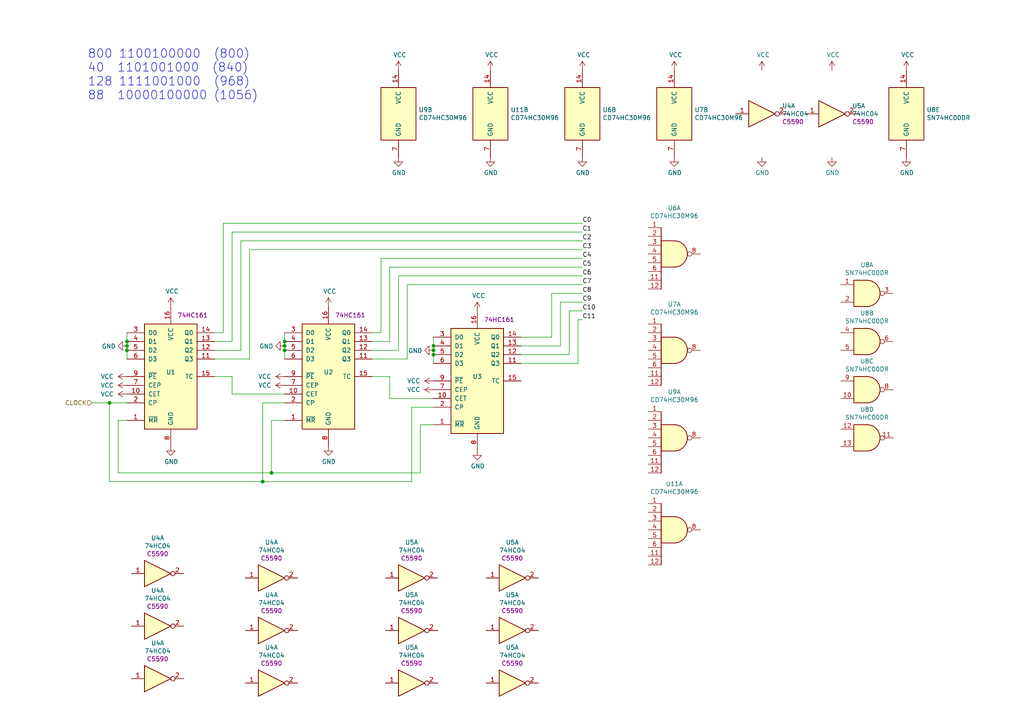
<source format=kicad_sch>
(kicad_sch (version 20211123) (generator eeschema)
  (paper "A4")
  (lib_symbols
    (symbol "74xx:74LS00" (pin_names (offset 1.016))
      (property "Reference" "U" (at 0 1.27 0))
      (property "Value" "74LS00" (at 0 -1.27 0))
      (symbol "74LS00_1_1"
        (arc (start 0 -3.81) (mid 3.81 0) (end 0 3.81) (stroke (width 0.254)) (fill (type background)))
        (polyline (pts (xy 0 3.81) (xy -3.81 3.81) (xy -3.81 -3.81) (xy 0 -3.81)) (stroke (width 0.254)) (fill (type background)))
        (pin input line (at -7.62 2.54 0) (length 3.81) (name "~") (number "1"))
        (pin input line (at -7.62 -2.54 0) (length 3.81) (name "~") (number "2"))
        (pin output inverted (at 7.62 0 180) (length 3.81) (name "~") (number "3"))
      )
      (symbol "74LS00_1_2"
        (arc (start -3.81 -3.81) (mid -2.589 0) (end -3.81 3.81) (stroke (width 0.254)))
        (arc (start -0.6096 -3.81) (mid 2.1855 -2.584) (end 3.81 0) (stroke (width 0.254)) (fill (type background)))
        (polyline (pts (xy -3.81 -3.81) (xy -0.635 -3.81)) (stroke (width 0.254)) (fill (type background)))
        (polyline (pts (xy -3.81 3.81) (xy -0.635 3.81)) (stroke (width 0.254)) (fill (type background)))
        (polyline (pts (xy -0.635 3.81) (xy -3.81 3.81) (xy -3.81 3.81) (xy -3.556 3.4036) (xy -3.0226 2.2606) (xy -2.6924 1.0414) (xy -2.6162 -0.254) (xy -2.7686 -1.4986) (xy -3.175 -2.7178) (xy -3.81 -3.81) (xy -3.81 -3.81) (xy -0.635 -3.81)) (stroke (width -25.4)) (fill (type background)))
        (arc (start 3.81 0) (mid 2.1928 2.5925) (end -0.6096 3.81) (stroke (width 0.254)) (fill (type background)))
        (pin input inverted (at -7.62 2.54 0) (length 4.318) (name "~") (number "1"))
        (pin input inverted (at -7.62 -2.54 0) (length 4.318) (name "~") (number "2"))
        (pin output line (at 7.62 0 180) (length 3.81) (name "~") (number "3"))
      )
      (symbol "74LS00_2_1"
        (arc (start 0 -3.81) (mid 3.81 0) (end 0 3.81) (stroke (width 0.254)) (fill (type background)))
        (polyline (pts (xy 0 3.81) (xy -3.81 3.81) (xy -3.81 -3.81) (xy 0 -3.81)) (stroke (width 0.254)) (fill (type background)))
        (pin input line (at -7.62 2.54 0) (length 3.81) (name "~") (number "4"))
        (pin input line (at -7.62 -2.54 0) (length 3.81) (name "~") (number "5"))
        (pin output inverted (at 7.62 0 180) (length 3.81) (name "~") (number "6"))
      )
      (symbol "74LS00_2_2"
        (arc (start -3.81 -3.81) (mid -2.589 0) (end -3.81 3.81) (stroke (width 0.254)))
        (arc (start -0.6096 -3.81) (mid 2.1855 -2.584) (end 3.81 0) (stroke (width 0.254)) (fill (type background)))
        (polyline (pts (xy -3.81 -3.81) (xy -0.635 -3.81)) (stroke (width 0.254)) (fill (type background)))
        (polyline (pts (xy -3.81 3.81) (xy -0.635 3.81)) (stroke (width 0.254)) (fill (type background)))
        (polyline (pts (xy -0.635 3.81) (xy -3.81 3.81) (xy -3.81 3.81) (xy -3.556 3.4036) (xy -3.0226 2.2606) (xy -2.6924 1.0414) (xy -2.6162 -0.254) (xy -2.7686 -1.4986) (xy -3.175 -2.7178) (xy -3.81 -3.81) (xy -3.81 -3.81) (xy -0.635 -3.81)) (stroke (width -25.4)) (fill (type background)))
        (arc (start 3.81 0) (mid 2.1928 2.5925) (end -0.6096 3.81) (stroke (width 0.254)) (fill (type background)))
        (pin input inverted (at -7.62 2.54 0) (length 4.318) (name "~") (number "4"))
        (pin input inverted (at -7.62 -2.54 0) (length 4.318) (name "~") (number "5"))
        (pin output line (at 7.62 0 180) (length 3.81) (name "~") (number "6"))
      )
      (symbol "74LS00_3_1"
        (arc (start 0 -3.81) (mid 3.81 0) (end 0 3.81) (stroke (width 0.254)) (fill (type background)))
        (polyline (pts (xy 0 3.81) (xy -3.81 3.81) (xy -3.81 -3.81) (xy 0 -3.81)) (stroke (width 0.254)) (fill (type background)))
        (pin input line (at -7.62 -2.54 0) (length 3.81) (name "~") (number "10"))
        (pin output inverted (at 7.62 0 180) (length 3.81) (name "~") (number "8"))
        (pin input line (at -7.62 2.54 0) (length 3.81) (name "~") (number "9"))
      )
      (symbol "74LS00_3_2"
        (arc (start -3.81 -3.81) (mid -2.589 0) (end -3.81 3.81) (stroke (width 0.254)))
        (arc (start -0.6096 -3.81) (mid 2.1855 -2.584) (end 3.81 0) (stroke (width 0.254)) (fill (type background)))
        (polyline (pts (xy -3.81 -3.81) (xy -0.635 -3.81)) (stroke (width 0.254)) (fill (type background)))
        (polyline (pts (xy -3.81 3.81) (xy -0.635 3.81)) (stroke (width 0.254)) (fill (type background)))
        (polyline (pts (xy -0.635 3.81) (xy -3.81 3.81) (xy -3.81 3.81) (xy -3.556 3.4036) (xy -3.0226 2.2606) (xy -2.6924 1.0414) (xy -2.6162 -0.254) (xy -2.7686 -1.4986) (xy -3.175 -2.7178) (xy -3.81 -3.81) (xy -3.81 -3.81) (xy -0.635 -3.81)) (stroke (width -25.4)) (fill (type background)))
        (arc (start 3.81 0) (mid 2.1928 2.5925) (end -0.6096 3.81) (stroke (width 0.254)) (fill (type background)))
        (pin input inverted (at -7.62 -2.54 0) (length 4.318) (name "~") (number "10"))
        (pin output line (at 7.62 0 180) (length 3.81) (name "~") (number "8"))
        (pin input inverted (at -7.62 2.54 0) (length 4.318) (name "~") (number "9"))
      )
      (symbol "74LS00_4_1"
        (arc (start 0 -3.81) (mid 3.81 0) (end 0 3.81) (stroke (width 0.254)) (fill (type background)))
        (polyline (pts (xy 0 3.81) (xy -3.81 3.81) (xy -3.81 -3.81) (xy 0 -3.81)) (stroke (width 0.254)) (fill (type background)))
        (pin output inverted (at 7.62 0 180) (length 3.81) (name "~") (number "11"))
        (pin input line (at -7.62 2.54 0) (length 3.81) (name "~") (number "12"))
        (pin input line (at -7.62 -2.54 0) (length 3.81) (name "~") (number "13"))
      )
      (symbol "74LS00_4_2"
        (arc (start -3.81 -3.81) (mid -2.589 0) (end -3.81 3.81) (stroke (width 0.254)))
        (arc (start -0.6096 -3.81) (mid 2.1855 -2.584) (end 3.81 0) (stroke (width 0.254)) (fill (type background)))
        (polyline (pts (xy -3.81 -3.81) (xy -0.635 -3.81)) (stroke (width 0.254)) (fill (type background)))
        (polyline (pts (xy -3.81 3.81) (xy -0.635 3.81)) (stroke (width 0.254)) (fill (type background)))
        (polyline (pts (xy -0.635 3.81) (xy -3.81 3.81) (xy -3.81 3.81) (xy -3.556 3.4036) (xy -3.0226 2.2606) (xy -2.6924 1.0414) (xy -2.6162 -0.254) (xy -2.7686 -1.4986) (xy -3.175 -2.7178) (xy -3.81 -3.81) (xy -3.81 -3.81) (xy -0.635 -3.81)) (stroke (width -25.4)) (fill (type background)))
        (arc (start 3.81 0) (mid 2.1928 2.5925) (end -0.6096 3.81) (stroke (width 0.254)) (fill (type background)))
        (pin output line (at 7.62 0 180) (length 3.81) (name "~") (number "11"))
        (pin input inverted (at -7.62 2.54 0) (length 4.318) (name "~") (number "12"))
        (pin input inverted (at -7.62 -2.54 0) (length 4.318) (name "~") (number "13"))
      )
      (symbol "74LS00_5_0"
        (pin power_in line (at 0 12.7 270) (length 5.08) (name "VCC") (number "14"))
        (pin power_in line (at 0 -12.7 90) (length 5.08) (name "GND") (number "7"))
      )
      (symbol "74LS00_5_1"
        (rectangle (start -5.08 7.62) (end 5.08 -7.62) (stroke (width 0.254)) (fill (type background)))
      )
    )
    (symbol "74xx:74LS30" (pin_names (offset 1.016))
      (property "Reference" "U" (at 0 1.27 0))
      (property "Value" "74LS30" (at 0 -1.27 0))
      (symbol "74LS30_1_1"
        (arc (start 0 -3.81) (mid 3.81 0) (end 0 3.81) (stroke (width 0.254)) (fill (type background)))
        (polyline (pts (xy -3.81 7.62) (xy -3.81 -10.16)) (stroke (width 0.254)))
        (polyline (pts (xy 0 3.81) (xy -3.81 3.81) (xy -3.81 -3.81) (xy 0 -3.81)) (stroke (width 0.254)) (fill (type background)))
        (pin input line (at -7.62 7.62 0) (length 3.81) (name "~") (number "1"))
        (pin input line (at -7.62 -7.62 0) (length 3.81) (name "~") (number "11"))
        (pin input line (at -7.62 -10.16 0) (length 3.81) (name "~") (number "12"))
        (pin input line (at -7.62 5.08 0) (length 3.81) (name "~") (number "2"))
        (pin input line (at -7.62 2.54 0) (length 3.81) (name "~") (number "3"))
        (pin input line (at -7.62 0 0) (length 3.81) (name "~") (number "4"))
        (pin input line (at -7.62 -2.54 0) (length 3.81) (name "~") (number "5"))
        (pin input line (at -7.62 -5.08 0) (length 3.81) (name "~") (number "6"))
        (pin output inverted (at 7.62 0 180) (length 3.81) (name "~") (number "8"))
      )
      (symbol "74LS30_1_2"
        (arc (start -3.81 -3.81) (mid -2.589 0) (end -3.81 3.81) (stroke (width 0.254)))
        (arc (start -0.6096 -3.81) (mid 2.1855 -2.584) (end 3.81 0) (stroke (width 0.254)) (fill (type background)))
        (polyline (pts (xy -3.81 -3.81) (xy -3.81 -10.16)) (stroke (width 0.254)))
        (polyline (pts (xy -3.81 -3.81) (xy -0.635 -3.81)) (stroke (width 0.254)) (fill (type background)))
        (polyline (pts (xy -3.81 3.81) (xy -0.635 3.81)) (stroke (width 0.254)) (fill (type background)))
        (polyline (pts (xy -3.81 7.62) (xy -3.81 3.81)) (stroke (width 0.254)))
        (polyline (pts (xy -0.635 3.81) (xy -3.81 3.81) (xy -3.81 3.81) (xy -3.556 3.4036) (xy -3.0226 2.2606) (xy -2.6924 1.0414) (xy -2.6162 -0.254) (xy -2.7686 -1.4986) (xy -3.175 -2.7178) (xy -3.81 -3.81) (xy -3.81 -3.81) (xy -0.635 -3.81)) (stroke (width -25.4)) (fill (type background)))
        (arc (start 3.81 0) (mid 2.1928 2.5925) (end -0.6096 3.81) (stroke (width 0.254)) (fill (type background)))
        (pin input inverted (at -7.62 7.62 0) (length 3.81) (name "~") (number "1"))
        (pin input inverted (at -7.62 -7.62 0) (length 3.81) (name "~") (number "11"))
        (pin input inverted (at -7.62 -10.16 0) (length 3.81) (name "~") (number "12"))
        (pin input inverted (at -7.62 5.08 0) (length 3.81) (name "~") (number "2"))
        (pin input inverted (at -7.62 2.54 0) (length 4.5466) (name "~") (number "3"))
        (pin input inverted (at -7.62 0 0) (length 5.08) (name "~") (number "4"))
        (pin input inverted (at -7.62 -2.54 0) (length 4.5466) (name "~") (number "5"))
        (pin input inverted (at -7.62 -5.08 0) (length 3.81) (name "~") (number "6"))
        (pin output line (at 7.62 0 180) (length 3.81) (name "~") (number "8"))
      )
      (symbol "74LS30_2_0"
        (pin power_in line (at 0 12.7 270) (length 5.08) (name "VCC") (number "14"))
        (pin power_in line (at 0 -12.7 90) (length 5.08) (name "GND") (number "7"))
      )
      (symbol "74LS30_2_1"
        (rectangle (start -5.08 7.62) (end 5.08 -7.62) (stroke (width 0.254)) (fill (type background)))
      )
    )
    (symbol "JLCPCB:74HC04"
      (property "Reference" "U" (at 0 1.27 0))
      (property "Value" "JLCPCB_74HC04" (at 0 -1.27 0))
      (property "JCLC" "C5590" (at 0 0 0))
      (symbol "74HC04_1_0"
        (polyline (pts (xy -3.81 3.81) (xy -3.81 -3.81) (xy 3.81 0) (xy -3.81 3.81)) (stroke (width 0.254)) (fill (type background)))
        (pin input line (at -7.62 0 0) (length 3.81) (name "~") (number "1"))
        (pin output inverted (at 7.62 0 180) (length 3.81) (name "~") (number "2"))
      )
      (symbol "74HC04_2_0"
        (polyline (pts (xy -3.81 3.81) (xy -3.81 -3.81) (xy 3.81 0) (xy -3.81 3.81)) (stroke (width 0.254)) (fill (type background)))
        (pin input line (at -7.62 0 0) (length 3.81) (name "~") (number "3"))
        (pin output inverted (at 7.62 0 180) (length 3.81) (name "~") (number "4"))
      )
      (symbol "74HC04_3_0"
        (polyline (pts (xy -3.81 3.81) (xy -3.81 -3.81) (xy 3.81 0) (xy -3.81 3.81)) (stroke (width 0.254)) (fill (type background)))
        (pin input line (at -7.62 0 0) (length 3.81) (name "~") (number "5"))
        (pin output inverted (at 7.62 0 180) (length 3.81) (name "~") (number "6"))
      )
      (symbol "74HC04_4_0"
        (polyline (pts (xy -3.81 3.81) (xy -3.81 -3.81) (xy 3.81 0) (xy -3.81 3.81)) (stroke (width 0.254)) (fill (type background)))
        (pin output inverted (at 7.62 0 180) (length 3.81) (name "~") (number "8"))
        (pin input line (at -7.62 0 0) (length 3.81) (name "~") (number "9"))
      )
      (symbol "74HC04_5_0"
        (polyline (pts (xy -3.81 3.81) (xy -3.81 -3.81) (xy 3.81 0) (xy -3.81 3.81)) (stroke (width 0.254)) (fill (type background)))
        (pin output inverted (at 7.62 0 180) (length 3.81) (name "~") (number "10"))
        (pin input line (at -7.62 0 0) (length 3.81) (name "~") (number "11"))
      )
      (symbol "74HC04_6_0"
        (polyline (pts (xy -3.81 3.81) (xy -3.81 -3.81) (xy 3.81 0) (xy -3.81 3.81)) (stroke (width 0.254)) (fill (type background)))
        (pin output inverted (at 7.62 0 180) (length 3.81) (name "~") (number "12"))
        (pin input line (at -7.62 0 0) (length 3.81) (name "~") (number "13"))
      )
      (symbol "74HC04_7_0"
        (pin power_in line (at 0 12.7 270) (length 5.08) (name "VCC") (number "14"))
        (pin power_in line (at 0 -12.7 90) (length 5.08) (name "GND") (number "7"))
      )
      (symbol "74HC04_7_1"
        (rectangle (start -5.08 7.62) (end 5.08 -7.62) (stroke (width 0.254)) (fill (type background)))
      )
    )
    (symbol "JLCPCB:SN74HC161DR" (pin_names (offset 1.016))
      (property "Reference" "U" (at 0 0 0))
      (property "NAME" "74HC161" (at 0 0 0))
      (symbol "SN74HC161DR_1_1"
        (rectangle (start -7.62 13.97) (end 7.62 -16.51) (stroke (width 0.254)) (fill (type background)))
        (pin input line (at -12.7 -13.97 0) (length 5.08) (name "~{MR}") (number "1"))
        (pin input line (at -12.7 -6.35 0) (length 5.08) (name "CET") (number "10"))
        (pin output line (at 12.7 3.81 180) (length 5.08) (name "Q3") (number "11"))
        (pin output line (at 12.7 6.35 180) (length 5.08) (name "Q2") (number "12"))
        (pin output line (at 12.7 8.89 180) (length 5.08) (name "Q1") (number "13"))
        (pin output line (at 12.7 11.43 180) (length 5.08) (name "Q0") (number "14"))
        (pin output line (at 12.7 -1.27 180) (length 5.08) (name "TC") (number "15"))
        (pin power_in line (at 0 19.05 270) (length 5.08) (name "VCC") (number "16"))
        (pin input line (at -12.7 -8.89 0) (length 5.08) (name "CP") (number "2"))
        (pin input line (at -12.7 11.43 0) (length 5.08) (name "D0") (number "3"))
        (pin input line (at -12.7 8.89 0) (length 5.08) (name "D1") (number "4"))
        (pin input line (at -12.7 6.35 0) (length 5.08) (name "D2") (number "5"))
        (pin input line (at -12.7 3.81 0) (length 5.08) (name "D3") (number "6"))
        (pin input line (at -12.7 -3.81 0) (length 5.08) (name "CEP") (number "7"))
        (pin power_in line (at 0 -21.59 90) (length 5.08) (name "GND") (number "8"))
        (pin input line (at -12.7 -1.27 0) (length 5.08) (name "~{PE}") (number "9"))
      )
    )
    (symbol "power:GND" (power) (pin_names (offset 0))
      (property "Value" "GND" (at 0 -3.81 0))
      (symbol "GND_0_1"
        (polyline (pts (xy 0 0) (xy 0 -1.27) (xy 1.27 -1.27) (xy 0 -2.54) (xy -1.27 -1.27) (xy 0 -1.27)))
      )
      (symbol "GND_1_1"
        (pin power_in line (at 0 0 270) (length 0) hide (name "GND") (number "1"))
      )
    )
    (symbol "power:VCC" (power) (pin_names (offset 0))
      (property "Value" "VCC" (at 0 3.81 0))
      (symbol "VCC_0_1"
        (polyline (pts (xy -0.762 1.27) (xy 0 2.54)))
        (polyline (pts (xy 0 0) (xy 0 2.54)))
        (polyline (pts (xy 0 2.54) (xy 0.762 1.27)))
      )
      (symbol "VCC_1_1"
        (pin power_in line (at 0 0 90) (length 0) hide (name "VCC") (number "1"))
      )
    )
  )
  (junction (at 82.55 99.06))
  (junction (at 82.55 100.33))
  (junction (at 125.73 101.6))
  (junction (at 125.73 102.87))
  (junction (at 36.83 100.33))
  (junction (at 82.55 101.6))
  (junction (at 36.83 99.06))
  (junction (at 125.73 100.33))
  (junction (at 76.2 139.7))
  (junction (at 31.75 116.84))
  (junction (at 36.83 101.6))
  (junction (at 78.74 137.16))
  (wire (pts (xy 76.2 139.7) (xy 31.75 139.7)))
  (wire (pts (xy 167.64 92.71) (xy 168.91 92.71)))
  (wire (pts (xy 167.64 105.41) (xy 167.64 92.71)))
  (wire (pts (xy 67.31 109.22) (xy 67.31 114.3)))
  (wire (pts (xy 107.95 96.52) (xy 110.49 96.52)))
  (wire (pts (xy 119.38 118.11) (xy 119.38 139.7)))
  (wire (pts (xy 31.75 116.84) (xy 36.83 116.84)))
  (wire (pts (xy 151.13 105.41) (xy 167.64 105.41)))
  (wire (pts (xy 62.23 96.52) (xy 64.77 96.52)))
  (wire (pts (xy 82.55 100.33) (xy 82.55 101.6)))
  (wire (pts (xy 36.83 100.33) (xy 36.83 101.6)))
  (wire (pts (xy 115.57 80.01) (xy 168.91 80.01)))
  (wire (pts (xy 107.95 109.22) (xy 113.03 109.22)))
  (wire (pts (xy 69.85 69.85) (xy 168.91 69.85)))
  (wire (pts (xy 36.83 121.92) (xy 34.29 121.92)))
  (wire (pts (xy 110.49 74.93) (xy 168.91 74.93)))
  (wire (pts (xy 82.55 99.06) (xy 82.55 100.33)))
  (wire (pts (xy 125.73 118.11) (xy 119.38 118.11)))
  (wire (pts (xy 72.39 104.14) (xy 72.39 72.39)))
  (wire (pts (xy 72.39 72.39) (xy 168.91 72.39)))
  (wire (pts (xy 162.56 87.63) (xy 168.91 87.63)))
  (wire (pts (xy 151.13 97.79) (xy 160.02 97.79)))
  (wire (pts (xy 118.11 104.14) (xy 118.11 82.55)))
  (wire (pts (xy 82.55 101.6) (xy 82.55 104.14)))
  (wire (pts (xy 113.03 115.57) (xy 125.73 115.57)))
  (wire (pts (xy 78.74 121.92) (xy 82.55 121.92)))
  (wire (pts (xy 26.67 116.84) (xy 31.75 116.84)))
  (wire (pts (xy 165.1 90.17) (xy 168.91 90.17)))
  (wire (pts (xy 67.31 67.31) (xy 168.91 67.31)))
  (wire (pts (xy 119.38 139.7) (xy 76.2 139.7)))
  (wire (pts (xy 76.2 116.84) (xy 76.2 139.7)))
  (wire (pts (xy 78.74 137.16) (xy 78.74 121.92)))
  (wire (pts (xy 113.03 77.47) (xy 168.91 77.47)))
  (wire (pts (xy 36.83 96.52) (xy 36.83 99.06)))
  (wire (pts (xy 107.95 99.06) (xy 113.03 99.06)))
  (wire (pts (xy 125.73 101.6) (xy 125.73 102.87)))
  (wire (pts (xy 160.02 85.09) (xy 168.91 85.09)))
  (wire (pts (xy 162.56 100.33) (xy 162.56 87.63)))
  (wire (pts (xy 110.49 96.52) (xy 110.49 74.93)))
  (wire (pts (xy 125.73 97.79) (xy 125.73 100.33)))
  (wire (pts (xy 113.03 109.22) (xy 113.03 115.57)))
  (wire (pts (xy 64.77 96.52) (xy 64.77 64.77)))
  (wire (pts (xy 36.83 101.6) (xy 36.83 104.14)))
  (wire (pts (xy 107.95 101.6) (xy 115.57 101.6)))
  (wire (pts (xy 31.75 139.7) (xy 31.75 116.84)))
  (wire (pts (xy 151.13 102.87) (xy 165.1 102.87)))
  (wire (pts (xy 125.73 102.87) (xy 125.73 105.41)))
  (wire (pts (xy 118.11 82.55) (xy 168.91 82.55)))
  (wire (pts (xy 62.23 101.6) (xy 69.85 101.6)))
  (wire (pts (xy 69.85 101.6) (xy 69.85 69.85)))
  (wire (pts (xy 121.92 137.16) (xy 78.74 137.16)))
  (wire (pts (xy 82.55 96.52) (xy 82.55 99.06)))
  (wire (pts (xy 62.23 99.06) (xy 67.31 99.06)))
  (wire (pts (xy 64.77 64.77) (xy 168.91 64.77)))
  (wire (pts (xy 62.23 104.14) (xy 72.39 104.14)))
  (wire (pts (xy 34.29 121.92) (xy 34.29 137.16)))
  (wire (pts (xy 125.73 123.19) (xy 121.92 123.19)))
  (wire (pts (xy 67.31 114.3) (xy 82.55 114.3)))
  (wire (pts (xy 107.95 104.14) (xy 118.11 104.14)))
  (wire (pts (xy 36.83 99.06) (xy 36.83 100.33)))
  (wire (pts (xy 151.13 100.33) (xy 162.56 100.33)))
  (wire (pts (xy 121.92 123.19) (xy 121.92 137.16)))
  (wire (pts (xy 165.1 102.87) (xy 165.1 90.17)))
  (wire (pts (xy 160.02 97.79) (xy 160.02 85.09)))
  (wire (pts (xy 115.57 101.6) (xy 115.57 80.01)))
  (wire (pts (xy 125.73 100.33) (xy 125.73 101.6)))
  (wire (pts (xy 67.31 99.06) (xy 67.31 67.31)))
  (wire (pts (xy 62.23 109.22) (xy 67.31 109.22)))
  (wire (pts (xy 82.55 116.84) (xy 76.2 116.84)))
  (wire (pts (xy 34.29 137.16) (xy 78.74 137.16)))
  (wire (pts (xy 113.03 99.06) (xy 113.03 77.47)))
  (text "800 1100100000  (800)\n40  1101001000  (840)\n128 1111001000  (968)\n88  10000100000 (1056)" (at 25.4 29.21 0) (effects (font (size 2.4892 2.4892)) (justify left bottom)))
  (label "C7" (at 168.91 82.55 0))
  (label "C0" (at 168.91 64.77 0))
  (label "C2" (at 168.91 69.85 0))
  (label "C3" (at 168.91 72.39 0))
  (label "C4" (at 168.91 74.93 0))
  (label "C6" (at 168.91 80.01 0))
  (label "C8" (at 168.91 85.09 0))
  (label "C1" (at 168.91 67.31 0))
  (label "C9" (at 168.91 87.63 0))
  (label "C10" (at 168.91 90.17 0))
  (label "C5" (at 168.91 77.47 0))
  (label "C11" (at 168.91 92.71 0))
  (hierarchical_label "CLOCK" (shape input) (at 26.67 116.84 180))
  (symbol (lib_id "JLCPCB:SN74HC161DR") (at 49.53 107.95 0)
    (property "Reference" "U1" (at 49.53 107.95 0))
    (property "Value" "SN74HC161DR" (effects hide))
    (property "Footprint" "Package_SO:SOIC-16_3.9x9.9mm_P1.27mm" (effects hide))
    (property "Datasheet" "https://datasheet.lcsc.com/lcsc/1809051912_Texas-Instruments-SN74HC161DR_C6824.pdf" (effects hide))
    (property "Description" "Binary Counter - SOIC-16_150mil 74 Series ROHS" (effects hide))
    (property "JCLC" "C6824" (effects hide))
    (property "NAME" "74HC161" (at 55.88 91.44 0))
  )
  (symbol (lib_id "power:GND") (at 49.53 129.54 0)
    (property "Reference" "#PWR05" (effects hide))
    (property "Value" "GND" (at 49.657 133.9342 0))
  )
  (symbol (lib_id "power:VCC") (at 49.53 88.9 0)
    (property "Reference" "#PWR04" (effects hide))
    (property "Value" "VCC" (at 49.911 84.5058 0))
  )
  (symbol (lib_id "JLCPCB:SN74HC161DR") (at 95.25 107.95 0)
    (property "Reference" "U2" (at 95.25 107.95 0))
    (property "Value" "SN74HC161DR" (effects hide))
    (property "Footprint" "Package_SO:SOIC-16_3.9x9.9mm_P1.27mm" (effects hide))
    (property "Datasheet" "https://datasheet.lcsc.com/lcsc/1809051912_Texas-Instruments-SN74HC161DR_C6824.pdf" (effects hide))
    (property "Description" "Binary Counter - SOIC-16_150mil 74 Series ROHS" (effects hide))
    (property "JCLC" "C6824" (effects hide))
    (property "NAME" "74HC161" (at 101.6 91.44 0))
  )
  (symbol (lib_id "power:GND") (at 95.25 129.54 0)
    (property "Reference" "#PWR07" (effects hide))
    (property "Value" "GND" (at 95.377 133.9342 0))
  )
  (symbol (lib_id "power:VCC") (at 95.25 88.9 0)
    (property "Reference" "#PWR06" (effects hide))
    (property "Value" "VCC" (at 95.631 84.5058 0))
  )
  (symbol (lib_id "JLCPCB:SN74HC161DR") (at 138.43 109.22 0)
    (property "Reference" "U3" (at 138.43 109.22 0))
    (property "Value" "SN74HC161DR" (effects hide))
    (property "Footprint" "Package_SO:SOIC-16_3.9x9.9mm_P1.27mm" (effects hide))
    (property "Datasheet" "https://datasheet.lcsc.com/lcsc/1809051912_Texas-Instruments-SN74HC161DR_C6824.pdf" (effects hide))
    (property "Description" "Binary Counter - SOIC-16_150mil 74 Series ROHS" (effects hide))
    (property "JCLC" "C6824" (effects hide))
    (property "NAME" "74HC161" (at 144.78 92.71 0))
  )
  (symbol (lib_id "power:GND") (at 138.43 130.81 0)
    (property "Reference" "#PWR09" (effects hide))
    (property "Value" "GND" (at 138.557 135.2042 0))
  )
  (symbol (lib_id "power:VCC") (at 138.43 90.17 0)
    (property "Reference" "#PWR08" (effects hide))
    (property "Value" "VCC" (at 138.811 85.7758 0))
  )
  (symbol (lib_id "power:VCC") (at 36.83 109.22 90)
    (property "Reference" "#PWR01" (effects hide))
    (property "Value" "VCC" (at 33.02 109.22 90) (effects (justify left)))
  )
  (symbol (lib_id "power:VCC") (at 82.55 109.22 90)
    (property "Reference" "#PWR02" (effects hide))
    (property "Value" "VCC" (at 78.74 109.22 90) (effects (justify left)))
  )
  (symbol (lib_id "power:VCC") (at 125.73 110.49 90)
    (property "Reference" "#PWR03" (effects hide))
    (property "Value" "VCC" (at 121.92 110.49 90) (effects (justify left)))
  )
  (symbol (lib_id "JLCPCB:74HC04") (at 119.38 167.64 0)
    (property "Reference" "U5" (at 119.38 157.3022 0))
    (property "Value" "74HC04" (at 119.38 159.6136 0))
    (property "Footprint" "Package_SO:SOIC-14_3.9x8.7mm_P1.27mm" (effects hide))
    (property "Datasheet" "https://assets.nexperia.com/documents/data-sheet/74HC_HCT04.pdf" (effects hide))
    (property "JCLC" "C5590" (at 119.38 161.925 0))
  )
  (symbol (lib_id "JLCPCB:74HC04") (at 119.38 182.88 0)
    (property "Reference" "U5" (at 119.38 172.5422 0))
    (property "Value" "74HC04" (at 119.38 174.8536 0))
    (property "Footprint" "Package_SO:SOIC-14_3.9x8.7mm_P1.27mm" (effects hide))
    (property "Datasheet" "https://assets.nexperia.com/documents/data-sheet/74HC_HCT04.pdf" (effects hide))
    (property "JCLC" "C5590" (at 119.38 177.165 0))
  )
  (symbol (lib_id "JLCPCB:74HC04") (at 119.38 198.12 0)
    (property "Reference" "U5" (at 119.38 187.7822 0))
    (property "Value" "74HC04" (at 119.38 190.0936 0))
    (property "Footprint" "Package_SO:SOIC-14_3.9x8.7mm_P1.27mm" (effects hide))
    (property "Datasheet" "https://assets.nexperia.com/documents/data-sheet/74HC_HCT04.pdf" (effects hide))
    (property "JCLC" "C5590" (at 119.38 192.405 0))
  )
  (symbol (lib_id "JLCPCB:74HC04") (at 148.59 167.64 0)
    (property "Reference" "U5" (at 148.59 157.3022 0))
    (property "Value" "74HC04" (at 148.59 159.6136 0))
    (property "Footprint" "Package_SO:SOIC-14_3.9x8.7mm_P1.27mm" (effects hide))
    (property "Datasheet" "https://assets.nexperia.com/documents/data-sheet/74HC_HCT04.pdf" (effects hide))
    (property "JCLC" "C5590" (at 148.59 161.925 0))
  )
  (symbol (lib_id "JLCPCB:74HC04") (at 148.59 182.88 0)
    (property "Reference" "U5" (at 148.59 172.5422 0))
    (property "Value" "74HC04" (at 148.59 174.8536 0))
    (property "Footprint" "Package_SO:SOIC-14_3.9x8.7mm_P1.27mm" (effects hide))
    (property "Datasheet" "https://assets.nexperia.com/documents/data-sheet/74HC_HCT04.pdf" (effects hide))
    (property "JCLC" "C5590" (at 148.59 177.165 0))
  )
  (symbol (lib_id "JLCPCB:74HC04") (at 148.59 198.12 0)
    (property "Reference" "U5" (at 148.59 187.7822 0))
    (property "Value" "74HC04" (at 148.59 190.0936 0))
    (property "Footprint" "Package_SO:SOIC-14_3.9x8.7mm_P1.27mm" (effects hide))
    (property "Datasheet" "https://assets.nexperia.com/documents/data-sheet/74HC_HCT04.pdf" (effects hide))
    (property "JCLC" "C5590" (at 148.59 192.405 0))
  )
  (symbol (lib_id "JLCPCB:74HC04") (at 45.72 166.37 0)
    (property "Reference" "U4" (at 45.72 156.0322 0))
    (property "Value" "74HC04" (at 45.72 158.3436 0))
    (property "Footprint" "Package_SO:SOIC-14_3.9x8.7mm_P1.27mm" (effects hide))
    (property "Datasheet" "https://assets.nexperia.com/documents/data-sheet/74HC_HCT04.pdf" (effects hide))
    (property "JCLC" "C5590" (at 45.72 160.655 0))
  )
  (symbol (lib_id "JLCPCB:74HC04") (at 45.72 181.61 0)
    (property "Reference" "U4" (at 45.72 171.2722 0))
    (property "Value" "74HC04" (at 45.72 173.5836 0))
    (property "Footprint" "Package_SO:SOIC-14_3.9x8.7mm_P1.27mm" (effects hide))
    (property "Datasheet" "https://assets.nexperia.com/documents/data-sheet/74HC_HCT04.pdf" (effects hide))
    (property "JCLC" "C5590" (at 45.72 175.895 0))
  )
  (symbol (lib_id "JLCPCB:74HC04") (at 45.72 196.85 0)
    (property "Reference" "U4" (at 45.72 186.5122 0))
    (property "Value" "74HC04" (at 45.72 188.8236 0))
    (property "Footprint" "Package_SO:SOIC-14_3.9x8.7mm_P1.27mm" (effects hide))
    (property "Datasheet" "https://assets.nexperia.com/documents/data-sheet/74HC_HCT04.pdf" (effects hide))
    (property "JCLC" "C5590" (at 45.72 191.135 0))
  )
  (symbol (lib_id "JLCPCB:74HC04") (at 78.74 167.64 0)
    (property "Reference" "U4" (at 78.74 157.3022 0))
    (property "Value" "74HC04" (at 78.74 159.6136 0))
    (property "Footprint" "Package_SO:SOIC-14_3.9x8.7mm_P1.27mm" (effects hide))
    (property "Datasheet" "https://assets.nexperia.com/documents/data-sheet/74HC_HCT04.pdf" (effects hide))
    (property "JCLC" "C5590" (at 78.74 161.925 0))
  )
  (symbol (lib_id "JLCPCB:74HC04") (at 78.74 182.88 0)
    (property "Reference" "U4" (at 78.74 172.5422 0))
    (property "Value" "74HC04" (at 78.74 174.8536 0))
    (property "Footprint" "Package_SO:SOIC-14_3.9x8.7mm_P1.27mm" (effects hide))
    (property "Datasheet" "https://assets.nexperia.com/documents/data-sheet/74HC_HCT04.pdf" (effects hide))
    (property "JCLC" "C5590" (at 78.74 177.165 0))
  )
  (symbol (lib_id "JLCPCB:74HC04") (at 78.74 198.12 0)
    (property "Reference" "U4" (at 78.74 187.7822 0))
    (property "Value" "74HC04" (at 78.74 190.0936 0))
    (property "Footprint" "Package_SO:SOIC-14_3.9x8.7mm_P1.27mm" (effects hide))
    (property "Datasheet" "https://assets.nexperia.com/documents/data-sheet/74HC_HCT04.pdf" (effects hide))
    (property "JCLC" "C5590" (at 78.74 192.405 0))
  )
  (symbol (lib_id "JLCPCB:74HC04") (at 220.98 33.02 0)
    (property "Reference" "U4" (at 226.822 30.7086 0) (effects (justify left)))
    (property "Value" "74HC04" (at 226.822 33.02 0) (effects (justify left)))
    (property "Footprint" "Package_SO:SOIC-14_3.9x8.7mm_P1.27mm" (effects hide))
    (property "Datasheet" "https://assets.nexperia.com/documents/data-sheet/74HC_HCT04.pdf" (effects hide))
    (property "JCLC" "C5590" (at 226.822 35.3314 0) (effects (justify left)))
  )
  (symbol (lib_id "power:VCC") (at 220.98 20.32 0)
    (property "Reference" "#PWR010" (effects hide))
    (property "Value" "VCC" (at 221.361 15.9258 0))
  )
  (symbol (lib_id "power:GND") (at 220.98 45.72 0)
    (property "Reference" "#PWR011" (effects hide))
    (property "Value" "GND" (at 221.107 50.1142 0))
  )
  (symbol (lib_id "JLCPCB:74HC04") (at 241.3 33.02 0)
    (property "Reference" "U5" (at 247.142 30.7086 0) (effects (justify left)))
    (property "Value" "74HC04" (at 247.142 33.02 0) (effects (justify left)))
    (property "Footprint" "Package_SO:SOIC-14_3.9x8.7mm_P1.27mm" (effects hide))
    (property "Datasheet" "https://assets.nexperia.com/documents/data-sheet/74HC_HCT04.pdf" (effects hide))
    (property "JCLC" "C5590" (at 247.142 35.3314 0) (effects (justify left)))
  )
  (symbol (lib_id "power:VCC") (at 241.3 20.32 0)
    (property "Reference" "#PWR022" (effects hide))
    (property "Value" "VCC" (at 241.681 15.9258 0))
  )
  (symbol (lib_id "power:GND") (at 241.3 45.72 0)
    (property "Reference" "#PWR023" (effects hide))
    (property "Value" "GND" (at 241.427 50.1142 0))
  )
  (symbol (lib_id "74xx:74LS30") (at 195.58 73.66 0) (unit 1)
    (property "Reference" "U6" (at 195.58 60.325 0))
    (property "Value" "CD74HC30M96" (at 195.58 62.6364 0))
    (property "Footprint" "Package_SO:SOIC-14_3.9x8.7mm_P1.27mm" (effects hide))
    (property "Datasheet" "http://www.ti.com/lit/gpn/sn74LS30" (effects hide))
  )
  (symbol (lib_id "74xx:74LS30") (at 195.58 33.02 0) (unit 2)
    (property "Reference" "U7" (at 201.422 31.8516 0) (effects (justify left)))
    (property "Value" "CD74HC30M96" (at 201.422 34.163 0) (effects (justify left)))
    (property "Footprint" "Package_SO:SOIC-14_3.9x8.7mm_P1.27mm" (effects hide))
    (property "Datasheet" "http://www.ti.com/lit/gpn/sn74LS30" (effects hide))
    (property "JCLC" "C6540" (effects hide))
  )
  (symbol (lib_id "74xx:74LS30") (at 195.58 101.6 0) (unit 1)
    (property "Reference" "U7" (at 195.58 88.265 0))
    (property "Value" "CD74HC30M96" (at 195.58 90.5764 0))
    (property "Footprint" "Package_SO:SOIC-14_3.9x8.7mm_P1.27mm" (effects hide))
    (property "Datasheet" "http://www.ti.com/lit/gpn/sn74LS30" (effects hide))
  )
  (symbol (lib_id "74xx:74LS30") (at 168.91 33.02 0) (unit 2)
    (property "Reference" "U6" (at 174.752 31.8516 0) (effects (justify left)))
    (property "Value" "CD74HC30M96" (at 174.752 34.163 0) (effects (justify left)))
    (property "Footprint" "Package_SO:SOIC-14_3.9x8.7mm_P1.27mm" (effects hide))
    (property "Datasheet" "http://www.ti.com/lit/gpn/sn74LS30" (effects hide))
    (property "JCLC" "C6540" (effects hide))
  )
  (symbol (lib_id "power:VCC") (at 195.58 20.32 0)
    (property "Reference" "#PWR0101" (effects hide))
    (property "Value" "VCC" (at 195.961 15.9258 0))
  )
  (symbol (lib_id "power:VCC") (at 168.91 20.32 0)
    (property "Reference" "#PWR0102" (effects hide))
    (property "Value" "VCC" (at 169.291 15.9258 0))
  )
  (symbol (lib_id "power:GND") (at 195.58 45.72 0)
    (property "Reference" "#PWR0103" (effects hide))
    (property "Value" "GND" (at 195.707 50.1142 0))
  )
  (symbol (lib_id "power:GND") (at 168.91 45.72 0)
    (property "Reference" "#PWR0104" (effects hide))
    (property "Value" "GND" (at 169.037 50.1142 0))
  )
  (symbol (lib_id "74xx:74LS00") (at 251.46 85.09 0) (unit 1)
    (property "Reference" "U8" (at 251.46 76.835 0))
    (property "Value" "SN74HC00DR" (at 251.46 79.1464 0))
    (property "Footprint" "Package_SO:SOIC-14_3.9x8.7mm_P1.27mm" (effects hide))
    (property "Datasheet" "http://www.ti.com/lit/gpn/sn74ls00" (effects hide))
  )
  (symbol (lib_id "74xx:74LS00") (at 251.46 99.06 0) (unit 2)
    (property "Reference" "U8" (at 251.46 90.805 0))
    (property "Value" "SN74HC00DR" (at 251.46 93.1164 0))
    (property "Footprint" "Package_SO:SOIC-14_3.9x8.7mm_P1.27mm" (effects hide))
    (property "Datasheet" "http://www.ti.com/lit/gpn/sn74ls00" (effects hide))
  )
  (symbol (lib_id "74xx:74LS00") (at 251.46 113.03 0) (unit 3)
    (property "Reference" "U8" (at 251.46 104.775 0))
    (property "Value" "SN74HC00DR" (at 251.46 107.0864 0))
    (property "Footprint" "Package_SO:SOIC-14_3.9x8.7mm_P1.27mm" (effects hide))
    (property "Datasheet" "http://www.ti.com/lit/gpn/sn74ls00" (effects hide))
  )
  (symbol (lib_id "74xx:74LS00") (at 251.46 127 0) (unit 4)
    (property "Reference" "U8" (at 251.46 118.745 0))
    (property "Value" "SN74HC00DR" (at 251.46 121.0564 0))
    (property "Footprint" "Package_SO:SOIC-14_3.9x8.7mm_P1.27mm" (effects hide))
    (property "Datasheet" "http://www.ti.com/lit/gpn/sn74ls00" (effects hide))
  )
  (symbol (lib_id "74xx:74LS00") (at 262.89 33.02 0) (unit 5)
    (property "Reference" "U8" (at 268.732 31.8516 0) (effects (justify left)))
    (property "Value" "SN74HC00DR" (at 268.732 34.163 0) (effects (justify left)))
    (property "Footprint" "Package_SO:SOIC-14_3.9x8.7mm_P1.27mm" (effects hide))
    (property "Datasheet" "http://www.ti.com/lit/gpn/sn74ls00" (effects hide))
    (property "JCLC" "C10090" (effects hide))
  )
  (symbol (lib_id "power:VCC") (at 262.89 20.32 0)
    (property "Reference" "#PWR012" (effects hide))
    (property "Value" "VCC" (at 263.271 15.9258 0))
  )
  (symbol (lib_id "power:GND") (at 262.89 45.72 0)
    (property "Reference" "#PWR013" (effects hide))
    (property "Value" "GND" (at 263.017 50.1142 0))
  )
  (symbol (lib_id "74xx:74LS30") (at 195.58 127 0) (unit 1)
    (property "Reference" "U9" (at 195.58 113.665 0))
    (property "Value" "CD74HC30M96" (at 195.58 115.9764 0))
    (property "Footprint" "Package_SO:SOIC-14_3.9x8.7mm_P1.27mm" (effects hide))
    (property "Datasheet" "http://www.ti.com/lit/gpn/sn74LS30" (effects hide))
  )
  (symbol (lib_id "74xx:74LS30") (at 195.58 153.67 0) (unit 1)
    (property "Reference" "U11" (at 195.58 140.335 0))
    (property "Value" "CD74HC30M96" (at 195.58 142.6464 0))
    (property "Footprint" "Package_SO:SOIC-14_3.9x8.7mm_P1.27mm" (effects hide))
    (property "Datasheet" "http://www.ti.com/lit/gpn/sn74LS30" (effects hide))
  )
  (symbol (lib_id "74xx:74LS30") (at 142.24 33.02 0) (unit 2)
    (property "Reference" "U11" (at 148.082 31.8516 0) (effects (justify left)))
    (property "Value" "CD74HC30M96" (at 148.082 34.163 0) (effects (justify left)))
    (property "Footprint" "Package_SO:SOIC-14_3.9x8.7mm_P1.27mm" (effects hide))
    (property "Datasheet" "http://www.ti.com/lit/gpn/sn74LS30" (effects hide))
    (property "JCLC" "C6540" (effects hide))
  )
  (symbol (lib_id "74xx:74LS30") (at 115.57 33.02 0) (unit 2)
    (property "Reference" "U9" (at 121.412 31.8516 0) (effects (justify left)))
    (property "Value" "CD74HC30M96" (at 121.412 34.163 0) (effects (justify left)))
    (property "Footprint" "Package_SO:SOIC-14_3.9x8.7mm_P1.27mm" (effects hide))
    (property "Datasheet" "http://www.ti.com/lit/gpn/sn74LS30" (effects hide))
    (property "JCLC" "C6540" (effects hide))
  )
  (symbol (lib_id "power:VCC") (at 142.24 20.32 0)
    (property "Reference" "#PWR0105" (effects hide))
    (property "Value" "VCC" (at 142.621 15.9258 0))
  )
  (symbol (lib_id "power:VCC") (at 115.57 20.32 0)
    (property "Reference" "#PWR0106" (effects hide))
    (property "Value" "VCC" (at 115.951 15.9258 0))
  )
  (symbol (lib_id "power:GND") (at 142.24 45.72 0)
    (property "Reference" "#PWR0107" (effects hide))
    (property "Value" "GND" (at 142.367 50.1142 0))
  )
  (symbol (lib_id "power:GND") (at 115.57 45.72 0)
    (property "Reference" "#PWR0108" (effects hide))
    (property "Value" "GND" (at 115.697 50.1142 0))
  )
  (symbol (lib_id "power:VCC") (at 36.83 114.3 90)
    (property "Reference" "#PWR?" (effects hide))
    (property "Value" "VCC" (at 33.02 114.3 90) (effects (justify left)))
  )
  (symbol (lib_id "power:VCC") (at 36.83 111.76 90)
    (property "Reference" "#PWR?" (effects hide))
    (property "Value" "VCC" (at 33.02 111.76 90) (effects (justify left)))
  )
  (symbol (lib_id "power:VCC") (at 82.55 111.76 90)
    (property "Reference" "#PWR?" (effects hide))
    (property "Value" "VCC" (at 78.74 111.76 90) (effects (justify left)))
  )
  (symbol (lib_id "power:VCC") (at 125.73 113.03 90)
    (property "Reference" "#PWR?" (effects hide))
    (property "Value" "VCC" (at 121.92 113.03 90) (effects (justify left)))
  )
  (symbol (lib_id "power:GND") (at 125.73 101.6 270)
    (property "Reference" "#PWR?" (effects hide))
    (property "Value" "GND" (at 122.4788 101.727 90) (effects (justify right)))
  )
  (symbol (lib_id "power:GND") (at 82.55 100.33 270)
    (property "Reference" "#PWR?" (effects hide))
    (property "Value" "GND" (at 79.2988 100.457 90) (effects (justify right)))
  )
  (symbol (lib_id "power:GND") (at 36.83 100.33 270)
    (property "Reference" "#PWR?" (effects hide))
    (property "Value" "GND" (at 33.5788 100.457 90) (effects (justify right)))
  )
)
</source>
